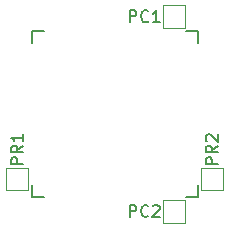
<source format=gbr>
%TF.GenerationSoftware,KiCad,Pcbnew,9.0.5*%
%TF.CreationDate,2025-10-08T11:55:14+08:00*%
%TF.ProjectId,snowshoe-choc,736e6f77-7368-46f6-952d-63686f632e6b,rev?*%
%TF.SameCoordinates,Original*%
%TF.FileFunction,Legend,Top*%
%TF.FilePolarity,Positive*%
%FSLAX46Y46*%
G04 Gerber Fmt 4.6, Leading zero omitted, Abs format (unit mm)*
G04 Created by KiCad (PCBNEW 9.0.5) date 2025-10-08 11:55:14*
%MOMM*%
%LPD*%
G01*
G04 APERTURE LIST*
%ADD10C,0.150000*%
%ADD11C,0.120000*%
G04 APERTURE END LIST*
D10*
X97204819Y-69238094D02*
X96204819Y-69238094D01*
X96204819Y-69238094D02*
X96204819Y-68857142D01*
X96204819Y-68857142D02*
X96252438Y-68761904D01*
X96252438Y-68761904D02*
X96300057Y-68714285D01*
X96300057Y-68714285D02*
X96395295Y-68666666D01*
X96395295Y-68666666D02*
X96538152Y-68666666D01*
X96538152Y-68666666D02*
X96633390Y-68714285D01*
X96633390Y-68714285D02*
X96681009Y-68761904D01*
X96681009Y-68761904D02*
X96728628Y-68857142D01*
X96728628Y-68857142D02*
X96728628Y-69238094D01*
X97204819Y-67666666D02*
X96728628Y-67999999D01*
X97204819Y-68238094D02*
X96204819Y-68238094D01*
X96204819Y-68238094D02*
X96204819Y-67857142D01*
X96204819Y-67857142D02*
X96252438Y-67761904D01*
X96252438Y-67761904D02*
X96300057Y-67714285D01*
X96300057Y-67714285D02*
X96395295Y-67666666D01*
X96395295Y-67666666D02*
X96538152Y-67666666D01*
X96538152Y-67666666D02*
X96633390Y-67714285D01*
X96633390Y-67714285D02*
X96681009Y-67761904D01*
X96681009Y-67761904D02*
X96728628Y-67857142D01*
X96728628Y-67857142D02*
X96728628Y-68238094D01*
X97204819Y-66714285D02*
X97204819Y-67285713D01*
X97204819Y-66999999D02*
X96204819Y-66999999D01*
X96204819Y-66999999D02*
X96347676Y-67095237D01*
X96347676Y-67095237D02*
X96442914Y-67190475D01*
X96442914Y-67190475D02*
X96490533Y-67285713D01*
X106261905Y-73704819D02*
X106261905Y-72704819D01*
X106261905Y-72704819D02*
X106642857Y-72704819D01*
X106642857Y-72704819D02*
X106738095Y-72752438D01*
X106738095Y-72752438D02*
X106785714Y-72800057D01*
X106785714Y-72800057D02*
X106833333Y-72895295D01*
X106833333Y-72895295D02*
X106833333Y-73038152D01*
X106833333Y-73038152D02*
X106785714Y-73133390D01*
X106785714Y-73133390D02*
X106738095Y-73181009D01*
X106738095Y-73181009D02*
X106642857Y-73228628D01*
X106642857Y-73228628D02*
X106261905Y-73228628D01*
X107833333Y-73609580D02*
X107785714Y-73657200D01*
X107785714Y-73657200D02*
X107642857Y-73704819D01*
X107642857Y-73704819D02*
X107547619Y-73704819D01*
X107547619Y-73704819D02*
X107404762Y-73657200D01*
X107404762Y-73657200D02*
X107309524Y-73561961D01*
X107309524Y-73561961D02*
X107261905Y-73466723D01*
X107261905Y-73466723D02*
X107214286Y-73276247D01*
X107214286Y-73276247D02*
X107214286Y-73133390D01*
X107214286Y-73133390D02*
X107261905Y-72942914D01*
X107261905Y-72942914D02*
X107309524Y-72847676D01*
X107309524Y-72847676D02*
X107404762Y-72752438D01*
X107404762Y-72752438D02*
X107547619Y-72704819D01*
X107547619Y-72704819D02*
X107642857Y-72704819D01*
X107642857Y-72704819D02*
X107785714Y-72752438D01*
X107785714Y-72752438D02*
X107833333Y-72800057D01*
X108214286Y-72800057D02*
X108261905Y-72752438D01*
X108261905Y-72752438D02*
X108357143Y-72704819D01*
X108357143Y-72704819D02*
X108595238Y-72704819D01*
X108595238Y-72704819D02*
X108690476Y-72752438D01*
X108690476Y-72752438D02*
X108738095Y-72800057D01*
X108738095Y-72800057D02*
X108785714Y-72895295D01*
X108785714Y-72895295D02*
X108785714Y-72990533D01*
X108785714Y-72990533D02*
X108738095Y-73133390D01*
X108738095Y-73133390D02*
X108166667Y-73704819D01*
X108166667Y-73704819D02*
X108785714Y-73704819D01*
X106261905Y-57204819D02*
X106261905Y-56204819D01*
X106261905Y-56204819D02*
X106642857Y-56204819D01*
X106642857Y-56204819D02*
X106738095Y-56252438D01*
X106738095Y-56252438D02*
X106785714Y-56300057D01*
X106785714Y-56300057D02*
X106833333Y-56395295D01*
X106833333Y-56395295D02*
X106833333Y-56538152D01*
X106833333Y-56538152D02*
X106785714Y-56633390D01*
X106785714Y-56633390D02*
X106738095Y-56681009D01*
X106738095Y-56681009D02*
X106642857Y-56728628D01*
X106642857Y-56728628D02*
X106261905Y-56728628D01*
X107833333Y-57109580D02*
X107785714Y-57157200D01*
X107785714Y-57157200D02*
X107642857Y-57204819D01*
X107642857Y-57204819D02*
X107547619Y-57204819D01*
X107547619Y-57204819D02*
X107404762Y-57157200D01*
X107404762Y-57157200D02*
X107309524Y-57061961D01*
X107309524Y-57061961D02*
X107261905Y-56966723D01*
X107261905Y-56966723D02*
X107214286Y-56776247D01*
X107214286Y-56776247D02*
X107214286Y-56633390D01*
X107214286Y-56633390D02*
X107261905Y-56442914D01*
X107261905Y-56442914D02*
X107309524Y-56347676D01*
X107309524Y-56347676D02*
X107404762Y-56252438D01*
X107404762Y-56252438D02*
X107547619Y-56204819D01*
X107547619Y-56204819D02*
X107642857Y-56204819D01*
X107642857Y-56204819D02*
X107785714Y-56252438D01*
X107785714Y-56252438D02*
X107833333Y-56300057D01*
X108785714Y-57204819D02*
X108214286Y-57204819D01*
X108500000Y-57204819D02*
X108500000Y-56204819D01*
X108500000Y-56204819D02*
X108404762Y-56347676D01*
X108404762Y-56347676D02*
X108309524Y-56442914D01*
X108309524Y-56442914D02*
X108214286Y-56490533D01*
X113704819Y-69238094D02*
X112704819Y-69238094D01*
X112704819Y-69238094D02*
X112704819Y-68857142D01*
X112704819Y-68857142D02*
X112752438Y-68761904D01*
X112752438Y-68761904D02*
X112800057Y-68714285D01*
X112800057Y-68714285D02*
X112895295Y-68666666D01*
X112895295Y-68666666D02*
X113038152Y-68666666D01*
X113038152Y-68666666D02*
X113133390Y-68714285D01*
X113133390Y-68714285D02*
X113181009Y-68761904D01*
X113181009Y-68761904D02*
X113228628Y-68857142D01*
X113228628Y-68857142D02*
X113228628Y-69238094D01*
X113704819Y-67666666D02*
X113228628Y-67999999D01*
X113704819Y-68238094D02*
X112704819Y-68238094D01*
X112704819Y-68238094D02*
X112704819Y-67857142D01*
X112704819Y-67857142D02*
X112752438Y-67761904D01*
X112752438Y-67761904D02*
X112800057Y-67714285D01*
X112800057Y-67714285D02*
X112895295Y-67666666D01*
X112895295Y-67666666D02*
X113038152Y-67666666D01*
X113038152Y-67666666D02*
X113133390Y-67714285D01*
X113133390Y-67714285D02*
X113181009Y-67761904D01*
X113181009Y-67761904D02*
X113228628Y-67857142D01*
X113228628Y-67857142D02*
X113228628Y-68238094D01*
X112800057Y-67285713D02*
X112752438Y-67238094D01*
X112752438Y-67238094D02*
X112704819Y-67142856D01*
X112704819Y-67142856D02*
X112704819Y-66904761D01*
X112704819Y-66904761D02*
X112752438Y-66809523D01*
X112752438Y-66809523D02*
X112800057Y-66761904D01*
X112800057Y-66761904D02*
X112895295Y-66714285D01*
X112895295Y-66714285D02*
X112990533Y-66714285D01*
X112990533Y-66714285D02*
X113133390Y-66761904D01*
X113133390Y-66761904D02*
X113704819Y-67333332D01*
X113704819Y-67333332D02*
X113704819Y-66714285D01*
D11*
%TO.C,PR1*%
X95800000Y-69550000D02*
X95800000Y-71450000D01*
X95800000Y-71450000D02*
X97650000Y-71450000D01*
X97650000Y-69550000D02*
X95800000Y-69550000D01*
X97650000Y-69600000D02*
X97650000Y-69550000D01*
X97650000Y-71450000D02*
X97650000Y-69600000D01*
%TO.C,PC2*%
X109050000Y-72300000D02*
X109050000Y-74200000D01*
X109050000Y-74200000D02*
X110900000Y-74200000D01*
X110900000Y-72300000D02*
X109050000Y-72300000D01*
X110900000Y-72350000D02*
X110900000Y-72300000D01*
X110900000Y-74200000D02*
X110900000Y-72350000D01*
D10*
%TO.C,SW1*%
X98000000Y-58000000D02*
X99000000Y-58000000D01*
X98000000Y-59000000D02*
X98000000Y-58000000D01*
X98000000Y-72000000D02*
X98000000Y-71000000D01*
X98000000Y-72000000D02*
X99000000Y-72000000D01*
X99000000Y-58000000D02*
X98000000Y-58000000D01*
X111000000Y-72000000D02*
X112000000Y-72000000D01*
X112000000Y-58000000D02*
X111000000Y-58000000D01*
X112000000Y-58000000D02*
X112000000Y-59000000D01*
X112000000Y-71000000D02*
X112000000Y-72000000D01*
D11*
%TO.C,PC1*%
X109050000Y-55800000D02*
X109050000Y-57700000D01*
X109050000Y-57700000D02*
X110900000Y-57700000D01*
X110900000Y-55800000D02*
X109050000Y-55800000D01*
X110900000Y-55850000D02*
X110900000Y-55800000D01*
X110900000Y-57700000D02*
X110900000Y-55850000D01*
%TO.C,PR2*%
X112300000Y-69550000D02*
X112300000Y-71450000D01*
X112300000Y-71450000D02*
X114150000Y-71450000D01*
X114150000Y-69550000D02*
X112300000Y-69550000D01*
X114150000Y-69600000D02*
X114150000Y-69550000D01*
X114150000Y-71450000D02*
X114150000Y-69600000D01*
%TD*%
M02*

</source>
